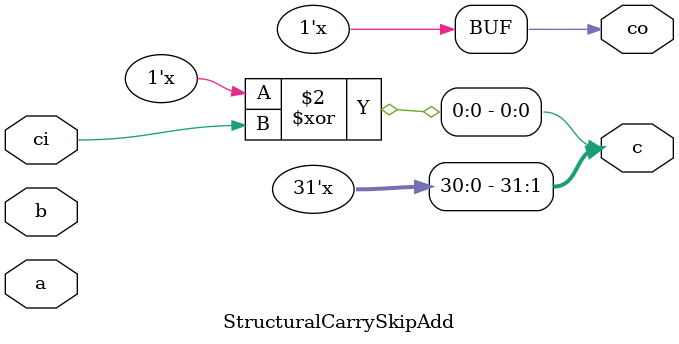
<source format=sv>
`default_nettype none
module StructuralCarrySkipAdd
#(  //--------------------------------------//---------------------------------
    // Parameters                           // Descriptions
    //--------------------------------------//---------------------------------
    parameter integer   N = 32             //
)  (//--------------------------------------//---------------------------------
    // Inputs                               // Descriptions
    //--------------------------------------//---------------------------------
    input  wire [N-1:0] a,      //
    input  wire [N-1:0] b,      //
    input  wire         ci,     //
    //--------------------------------------//---------------------------------
    // Outputs                              // Descriptions
    //--------------------------------------//---------------------------------
    output wire [N-1:0] c,                  //
    output wire         co           //
);
    
    //-------------------------------------------------------------------------
    // Local Nets
    //-------------------------------------------------------------------------

    
    //-------------------------------------------------------------------------
    // Module Instantiation
    //-------------------------------------------------------------------------            
    genvar i;
    generate for (i = 0; i < N; i = i + 1) begin : STRUCTURAL_GENERATION
        // Summation Logic
        xor u_a_xor_b(a_xor_b[i], a[i], b[i]);
        if (i == 0) xor u_a_xor_b_xor_ci(c[i], a_xor_b[i], ci); 
        else        xor u_a_xor_b_xor_ci(c[i], a_xor_b[i], carry[i-1]);
            // Carry Logic
        and u_a_and_b(a_and_b[i], a[i], b[i]);
        or  u_a_or_b(a_or_b[i], a[i], b[i]);
        if (i == 0) and u_a_or_b_and_ci(a_or_b_and_ci[i], a_or_b[i], ci);
        else        and u_a_or_b_and_ci(a_or_b_and_ci[i], a_or_b[i], carry[i-1]);
                    
        if (i == N-1) or  u_a_or_b_and_ci_or_a_and_b(co, a_or_b_and_ci[i], carry[i-1]);
        else          or  u_a_or_b_and_ci_or_a_and_b(carry[i],  a_or_b_and_ci[i], carry[i-1]);
    end : STRUCTURAL_GENERATION
    endgenerate
    
endmodule : StructuralCarrySkipAdd
`default_nettype wire
</source>
